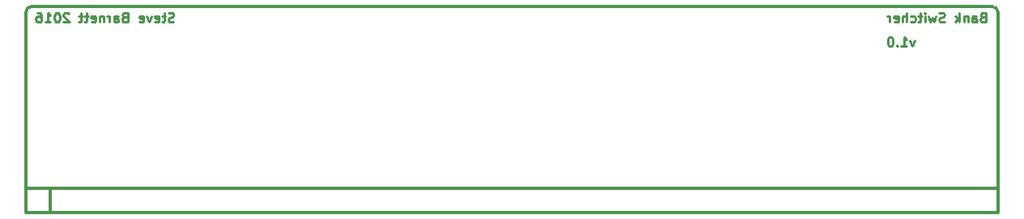
<source format=gbo>
G04 (created by PCBNEW (2013-03-19 BZR 4004)-stable) date 13/06/2016 15:28:03*
%MOIN*%
G04 Gerber Fmt 3.4, Leading zero omitted, Abs format*
%FSLAX34Y34*%
G01*
G70*
G90*
G04 APERTURE LIST*
%ADD10C,0.006*%
%ADD11C,0.012*%
%ADD12C,0.00984252*%
G04 APERTURE END LIST*
G54D10*
G54D11*
X40500Y-750D02*
G75*
G03X40250Y-500I-250J0D01*
G74*
G01*
X750Y-500D02*
G75*
G03X500Y-750I0J-250D01*
G74*
G01*
X1500Y-8000D02*
X1500Y-9000D01*
X500Y-8000D02*
X40500Y-8000D01*
X40500Y-9000D02*
X500Y-9000D01*
X40500Y-750D02*
X40500Y-9000D01*
X750Y-500D02*
X40250Y-500D01*
X500Y-9000D02*
X500Y-750D01*
G54D12*
X6580Y-1140D02*
X6524Y-1159D01*
X6430Y-1159D01*
X6393Y-1140D01*
X6374Y-1121D01*
X6355Y-1084D01*
X6355Y-1046D01*
X6374Y-1009D01*
X6393Y-990D01*
X6430Y-971D01*
X6505Y-953D01*
X6543Y-934D01*
X6562Y-915D01*
X6580Y-878D01*
X6580Y-840D01*
X6562Y-803D01*
X6543Y-784D01*
X6505Y-765D01*
X6412Y-765D01*
X6355Y-784D01*
X6243Y-896D02*
X6093Y-896D01*
X6187Y-765D02*
X6187Y-1103D01*
X6168Y-1140D01*
X6130Y-1159D01*
X6093Y-1159D01*
X5812Y-1140D02*
X5849Y-1159D01*
X5924Y-1159D01*
X5962Y-1140D01*
X5980Y-1103D01*
X5980Y-953D01*
X5962Y-915D01*
X5924Y-896D01*
X5849Y-896D01*
X5812Y-915D01*
X5793Y-953D01*
X5793Y-990D01*
X5980Y-1028D01*
X5662Y-896D02*
X5568Y-1159D01*
X5474Y-896D01*
X5174Y-1140D02*
X5212Y-1159D01*
X5287Y-1159D01*
X5324Y-1140D01*
X5343Y-1103D01*
X5343Y-953D01*
X5324Y-915D01*
X5287Y-896D01*
X5212Y-896D01*
X5174Y-915D01*
X5156Y-953D01*
X5156Y-990D01*
X5343Y-1028D01*
X4556Y-953D02*
X4499Y-971D01*
X4481Y-990D01*
X4462Y-1028D01*
X4462Y-1084D01*
X4481Y-1121D01*
X4499Y-1140D01*
X4537Y-1159D01*
X4687Y-1159D01*
X4687Y-765D01*
X4556Y-765D01*
X4518Y-784D01*
X4499Y-803D01*
X4481Y-840D01*
X4481Y-878D01*
X4499Y-915D01*
X4518Y-934D01*
X4556Y-953D01*
X4687Y-953D01*
X4124Y-1159D02*
X4124Y-953D01*
X4143Y-915D01*
X4181Y-896D01*
X4256Y-896D01*
X4293Y-915D01*
X4124Y-1140D02*
X4162Y-1159D01*
X4256Y-1159D01*
X4293Y-1140D01*
X4312Y-1103D01*
X4312Y-1065D01*
X4293Y-1028D01*
X4256Y-1009D01*
X4162Y-1009D01*
X4124Y-990D01*
X3937Y-1159D02*
X3937Y-896D01*
X3937Y-971D02*
X3918Y-934D01*
X3899Y-915D01*
X3862Y-896D01*
X3824Y-896D01*
X3693Y-896D02*
X3693Y-1159D01*
X3693Y-934D02*
X3675Y-915D01*
X3637Y-896D01*
X3581Y-896D01*
X3543Y-915D01*
X3525Y-953D01*
X3525Y-1159D01*
X3187Y-1140D02*
X3225Y-1159D01*
X3300Y-1159D01*
X3337Y-1140D01*
X3356Y-1103D01*
X3356Y-953D01*
X3337Y-915D01*
X3300Y-896D01*
X3225Y-896D01*
X3187Y-915D01*
X3168Y-953D01*
X3168Y-990D01*
X3356Y-1028D01*
X3056Y-896D02*
X2906Y-896D01*
X3000Y-765D02*
X3000Y-1103D01*
X2981Y-1140D01*
X2943Y-1159D01*
X2906Y-1159D01*
X2831Y-896D02*
X2681Y-896D01*
X2775Y-765D02*
X2775Y-1103D01*
X2756Y-1140D01*
X2718Y-1159D01*
X2681Y-1159D01*
X2268Y-803D02*
X2250Y-784D01*
X2212Y-765D01*
X2118Y-765D01*
X2081Y-784D01*
X2062Y-803D01*
X2043Y-840D01*
X2043Y-878D01*
X2062Y-934D01*
X2287Y-1159D01*
X2043Y-1159D01*
X1800Y-765D02*
X1762Y-765D01*
X1725Y-784D01*
X1706Y-803D01*
X1687Y-840D01*
X1669Y-915D01*
X1669Y-1009D01*
X1687Y-1084D01*
X1706Y-1121D01*
X1725Y-1140D01*
X1762Y-1159D01*
X1800Y-1159D01*
X1837Y-1140D01*
X1856Y-1121D01*
X1875Y-1084D01*
X1893Y-1009D01*
X1893Y-915D01*
X1875Y-840D01*
X1856Y-803D01*
X1837Y-784D01*
X1800Y-765D01*
X1294Y-1159D02*
X1519Y-1159D01*
X1406Y-1159D02*
X1406Y-765D01*
X1444Y-821D01*
X1481Y-859D01*
X1519Y-878D01*
X956Y-765D02*
X1031Y-765D01*
X1069Y-784D01*
X1087Y-803D01*
X1125Y-859D01*
X1144Y-934D01*
X1144Y-1084D01*
X1125Y-1121D01*
X1106Y-1140D01*
X1069Y-1159D01*
X994Y-1159D01*
X956Y-1140D01*
X937Y-1121D01*
X919Y-1084D01*
X919Y-990D01*
X937Y-953D01*
X956Y-934D01*
X994Y-915D01*
X1069Y-915D01*
X1106Y-934D01*
X1125Y-953D01*
X1144Y-990D01*
X37062Y-1896D02*
X36968Y-2159D01*
X36874Y-1896D01*
X36518Y-2159D02*
X36743Y-2159D01*
X36631Y-2159D02*
X36631Y-1765D01*
X36668Y-1821D01*
X36706Y-1859D01*
X36743Y-1878D01*
X36350Y-2121D02*
X36331Y-2140D01*
X36350Y-2159D01*
X36368Y-2140D01*
X36350Y-2121D01*
X36350Y-2159D01*
X36087Y-1765D02*
X36050Y-1765D01*
X36012Y-1784D01*
X35993Y-1803D01*
X35975Y-1840D01*
X35956Y-1915D01*
X35956Y-2009D01*
X35975Y-2084D01*
X35993Y-2121D01*
X36012Y-2140D01*
X36050Y-2159D01*
X36087Y-2159D01*
X36125Y-2140D01*
X36143Y-2121D01*
X36162Y-2084D01*
X36181Y-2009D01*
X36181Y-1915D01*
X36162Y-1840D01*
X36143Y-1803D01*
X36125Y-1784D01*
X36087Y-1765D01*
X39874Y-953D02*
X39818Y-971D01*
X39799Y-990D01*
X39781Y-1028D01*
X39781Y-1084D01*
X39799Y-1121D01*
X39818Y-1140D01*
X39856Y-1159D01*
X40005Y-1159D01*
X40005Y-765D01*
X39874Y-765D01*
X39837Y-784D01*
X39818Y-803D01*
X39799Y-840D01*
X39799Y-878D01*
X39818Y-915D01*
X39837Y-934D01*
X39874Y-953D01*
X40005Y-953D01*
X39443Y-1159D02*
X39443Y-953D01*
X39462Y-915D01*
X39499Y-896D01*
X39574Y-896D01*
X39612Y-915D01*
X39443Y-1140D02*
X39481Y-1159D01*
X39574Y-1159D01*
X39612Y-1140D01*
X39631Y-1103D01*
X39631Y-1065D01*
X39612Y-1028D01*
X39574Y-1009D01*
X39481Y-1009D01*
X39443Y-990D01*
X39256Y-896D02*
X39256Y-1159D01*
X39256Y-934D02*
X39237Y-915D01*
X39199Y-896D01*
X39143Y-896D01*
X39106Y-915D01*
X39087Y-953D01*
X39087Y-1159D01*
X38899Y-1159D02*
X38899Y-765D01*
X38862Y-1009D02*
X38749Y-1159D01*
X38749Y-896D02*
X38899Y-1046D01*
X38299Y-1140D02*
X38243Y-1159D01*
X38149Y-1159D01*
X38112Y-1140D01*
X38093Y-1121D01*
X38074Y-1084D01*
X38074Y-1046D01*
X38093Y-1009D01*
X38112Y-990D01*
X38149Y-971D01*
X38224Y-953D01*
X38262Y-934D01*
X38281Y-915D01*
X38299Y-878D01*
X38299Y-840D01*
X38281Y-803D01*
X38262Y-784D01*
X38224Y-765D01*
X38131Y-765D01*
X38074Y-784D01*
X37943Y-896D02*
X37868Y-1159D01*
X37793Y-971D01*
X37718Y-1159D01*
X37643Y-896D01*
X37493Y-1159D02*
X37493Y-896D01*
X37493Y-765D02*
X37512Y-784D01*
X37493Y-803D01*
X37475Y-784D01*
X37493Y-765D01*
X37493Y-803D01*
X37362Y-896D02*
X37212Y-896D01*
X37306Y-765D02*
X37306Y-1103D01*
X37287Y-1140D01*
X37250Y-1159D01*
X37212Y-1159D01*
X36912Y-1140D02*
X36950Y-1159D01*
X37025Y-1159D01*
X37062Y-1140D01*
X37081Y-1121D01*
X37100Y-1084D01*
X37100Y-971D01*
X37081Y-934D01*
X37062Y-915D01*
X37025Y-896D01*
X36950Y-896D01*
X36912Y-915D01*
X36743Y-1159D02*
X36743Y-765D01*
X36575Y-1159D02*
X36575Y-953D01*
X36593Y-915D01*
X36631Y-896D01*
X36687Y-896D01*
X36725Y-915D01*
X36743Y-934D01*
X36237Y-1140D02*
X36275Y-1159D01*
X36350Y-1159D01*
X36387Y-1140D01*
X36406Y-1103D01*
X36406Y-953D01*
X36387Y-915D01*
X36350Y-896D01*
X36275Y-896D01*
X36237Y-915D01*
X36218Y-953D01*
X36218Y-990D01*
X36406Y-1028D01*
X36050Y-1159D02*
X36050Y-896D01*
X36050Y-971D02*
X36031Y-934D01*
X36012Y-915D01*
X35975Y-896D01*
X35937Y-896D01*
M02*

</source>
